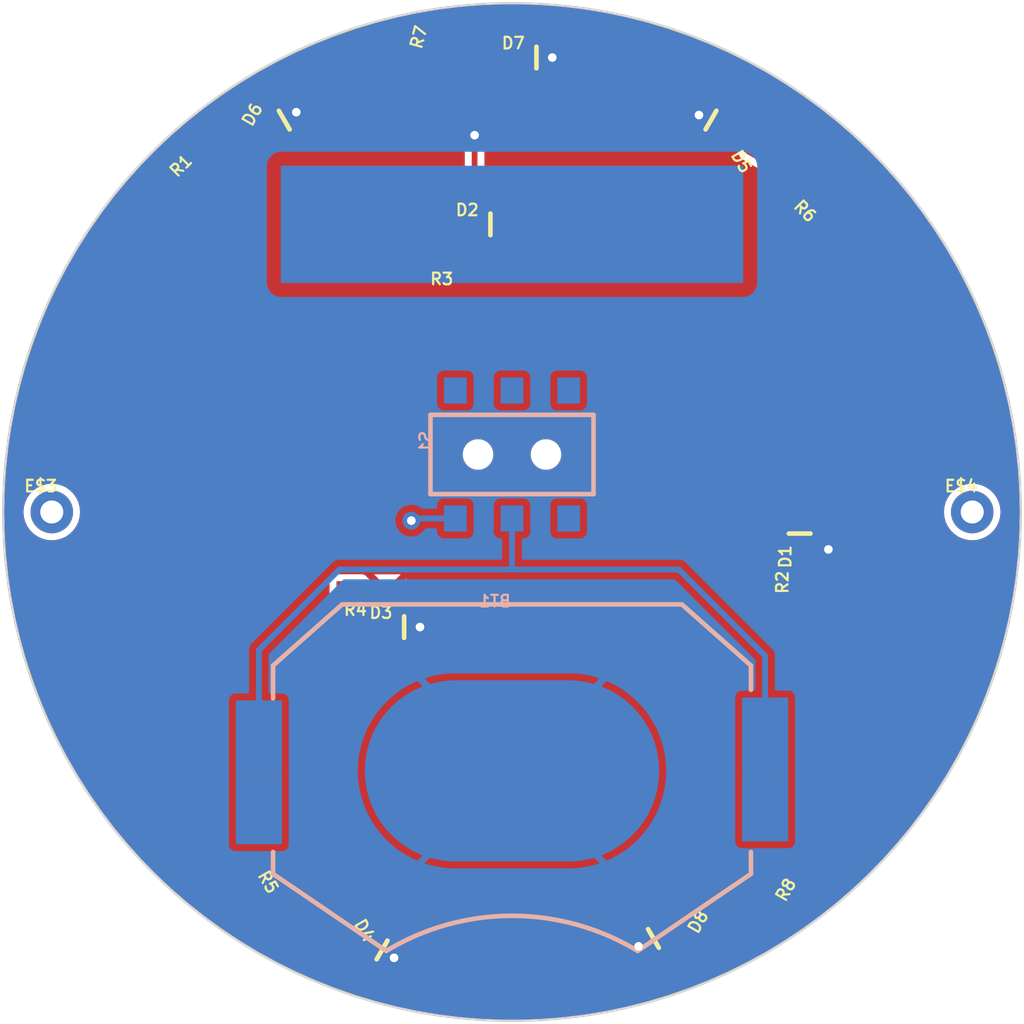
<source format=kicad_pcb>
(kicad_pcb (version 20221018) (generator pcbnew)
  (layers (0 "F.Cu" signal) (31 "B.Cu" signal) (34 "B.Paste" user) (35 "F.Paste" user) (36 "B.SilkS" user "B.Silkscreen") (37 "F.SilkS" user "F.Silkscreen") (38 "B.Mask" user) (39 "F.Mask" user) (44 "Edge.Cuts" user))
  (net 0 "")
  (net 1 "BTN")
  (net 2 "N$2")
  (net 3 "N$4")
  (net 4 "N$5")
  (net 5 "N$6")
  (net 6 "N$7")
  (net 7 "N$8")
  (net 8 "N$10")
  (net 9 "N$12")
  (net 10 "GND")
  (net 11 "VCC")
  (footprint "working:LED-0603" (layer "F.Cu") (at 156.1211 123.0376 -150)
    (fp_text reference "D8" (at -0.000001 -0.634999 -120) (layer "F.SilkS") (effects (font (size 0.512064 0.512064) (thickness 0.097536)) (justify left)))
    (fp_text value "")
    (fp_line (start 1.5875 -0.47625) (end 1.5875 0.47625) (stroke (width 0.2032)) (layer "F.SilkS"))
    (pad "A" smd roundrect (at -0.877 0 120) (size 1 1) (layers "F.Cu" "F.Paste" "F.Mask") (roundrect_rratio 0.15) (net 8 "N$10"))
    (pad "C" smd roundrect (at 0.877 0 120) (size 1 1) (layers "F.Cu" "F.Paste" "F.Mask") (roundrect_rratio 0.15) (net 9 "N$12"))
  )
  (footprint "working:0603" (layer "F.Cu") (at 137.0711 121.5136 -30)
    (fp_text reference "R5" (at 0.000004 -0.761993 -240) (layer "F.SilkS") (effects (font (size 0.512064 0.512064) (thickness 0.097536)) (justify left)))
    (fp_text value "33")
    (pad "1" smd rect (at -0.85 0 330) (size 1.1 1) (layers "F.Cu" "F.Paste" "F.Mask") (net 10 "GND"))
    (pad "2" smd rect (at 0.85 0 330) (size 1.1 1) (layers "F.Cu" "F.Paste" "F.Mask") (net 1 "BTN"))
  )
  (footprint "working:LED-0603" (layer "F.Cu") (at 147.9931 84.9376)
    (fp_text reference "D7" (at 0 -0.635) (layer "F.SilkS") (effects (font (size 0.512064 0.512064) (thickness 0.097536)) (justify left)))
    (fp_text value "")
    (fp_line (start 1.5875 -0.47625) (end 1.5875 0.47625) (stroke (width 0.2032)) (layer "F.SilkS"))
    (pad "A" smd roundrect (at -0.877 0 270) (size 1 1) (layers "F.Cu" "F.Paste" "F.Mask") (roundrect_rratio 0.15) (net 7 "N$8"))
    (pad "C" smd roundrect (at 0.877 0 270) (size 1 1) (layers "F.Cu" "F.Paste" "F.Mask") (roundrect_rratio 0.15) (net 9 "N$12"))
  )
  (footprint "working:0603" (layer "F.Cu") (at 142.1511 108.5596 180)
    (fp_text reference "R4" (at 0 -0.762) (layer "F.SilkS") (effects (font (size 0.512064 0.512064) (thickness 0.097536)) (justify right)))
    (fp_text value "33")
    (pad "1" smd rect (at -0.85 0 180) (size 1.1 1) (layers "F.Cu" "F.Paste" "F.Mask") (net 10 "GND"))
    (pad "2" smd rect (at 0.85 0 180) (size 1.1 1) (layers "F.Cu" "F.Paste" "F.Mask") (net 5 "N$6"))
  )
  (footprint "working:LED-0603" (layer "F.Cu") (at 141.3891 123.5456 -30)
    (fp_text reference "D4" (at 0.000006 -0.635002 -240) (layer "F.SilkS") (effects (font (size 0.512064 0.512064) (thickness 0.097536)) (justify left)))
    (fp_text value "")
    (fp_line (start 1.5875 -0.47625) (end 1.5875 0.47625) (stroke (width 0.2032)) (layer "F.SilkS"))
    (pad "A" smd roundrect (at -0.877 0 240) (size 1 1) (layers "F.Cu" "F.Paste" "F.Mask") (roundrect_rratio 0.15) (net 1 "BTN"))
    (pad "C" smd roundrect (at 0.877 0 240) (size 1 1) (layers "F.Cu" "F.Paste" "F.Mask") (roundrect_rratio 0.15) (net 9 "N$12"))
  )
  (footprint "working:0603" (layer "F.Cu") (at 161.5821 90.7796 135)
    (fp_text reference "R6" (at -0.000011 -0.762012 -45) (layer "F.SilkS") (effects (font (size 0.512064 0.512064) (thickness 0.097536)) (justify left)))
    (fp_text value "33")
    (pad "1" smd rect (at -0.85 0 135) (size 1.1 1) (layers "F.Cu" "F.Paste" "F.Mask") (net 10 "GND"))
    (pad "2" smd rect (at 0.85 0 135) (size 1.1 1) (layers "F.Cu" "F.Paste" "F.Mask") (net 6 "N$7"))
  )
  (footprint "working:1X01_NO_SILK" (layer "F.Cu") (at 128.1811 105.0036)
    (fp_text reference "E$3" (at -1.27 -1.143) (layer "F.SilkS") (effects (font (size 0.512064 0.512064) (thickness 0.097536)) (justify left)))
    (fp_text value "")
    (pad "1" thru_hole circle (at 0 0 90) (size 1.8796 1.8796) (drill 1.016) (layers "*.Cu" "*.Mask"))
  )
  (footprint "working:0603" (layer "F.Cu") (at 159.6771 107.5436 -90)
    (fp_text reference "R2" (at 0 -0.762 90) (layer "F.SilkS") (effects (font (size 0.512064 0.512064) (thickness 0.097536)) (justify right)))
    (fp_text value "33")
    (pad "1" smd rect (at -0.85 0 270) (size 1.1 1) (layers "F.Cu" "F.Paste" "F.Mask") (net 10 "GND"))
    (pad "2" smd rect (at 0.85 0 270) (size 1.1 1) (layers "F.Cu" "F.Paste" "F.Mask") (net 3 "N$4"))
  )
  (footprint "working:0603" (layer "F.Cu") (at 159.9311 121.5136 -150)
    (fp_text reference "R8" (at 0.000001 -0.762001 -120) (layer "F.SilkS") (effects (font (size 0.512064 0.512064) (thickness 0.097536)) (justify left)))
    (fp_text value "33")
    (pad "1" smd rect (at -0.85 0 210) (size 1.1 1) (layers "F.Cu" "F.Paste" "F.Mask") (net 10 "GND"))
    (pad "2" smd rect (at 0.85 0 210) (size 1.1 1) (layers "F.Cu" "F.Paste" "F.Mask") (net 8 "N$10"))
  )
  (footprint "working:LED-0603" (layer "F.Cu") (at 142.1511 110.0836)
    (fp_text reference "D3" (at 0 -0.635) (layer "F.SilkS") (effects (font (size 0.512064 0.512064) (thickness 0.097536)) (justify left)))
    (fp_text value "")
    (fp_line (start 1.5875 -0.47625) (end 1.5875 0.47625) (stroke (width 0.2032)) (layer "F.SilkS"))
    (pad "A" smd roundrect (at -0.877 0 270) (size 1 1) (layers "F.Cu" "F.Paste" "F.Mask") (roundrect_rratio 0.15) (net 5 "N$6"))
    (pad "C" smd roundrect (at 0.877 0 270) (size 1 1) (layers "F.Cu" "F.Paste" "F.Mask") (roundrect_rratio 0.15) (net 9 "N$12"))
  )
  (footprint "working:1X01_NO_SILK" (layer "F.Cu") (at 168.8211 105.0036)
    (fp_text reference "E$4" (at -1.27 -1.143) (layer "F.SilkS") (effects (font (size 0.512064 0.512064) (thickness 0.097536)) (justify left)))
    (fp_text value "")
    (pad "1" thru_hole circle (at 0 0 90) (size 1.8796 1.8796) (drill 1.016) (layers "*.Cu" "*.Mask"))
  )
  (footprint "working:LED-0603" (layer "F.Cu") (at 145.9611 92.3036)
    (fp_text reference "D2" (at 0 -0.635) (layer "F.SilkS") (effects (font (size 0.512064 0.512064) (thickness 0.097536)) (justify left)))
    (fp_text value "")
    (fp_line (start 1.5875 -0.47625) (end 1.5875 0.47625) (stroke (width 0.2032)) (layer "F.SilkS"))
    (pad "A" smd roundrect (at -0.877 0 270) (size 1 1) (layers "F.Cu" "F.Paste" "F.Mask") (roundrect_rratio 0.15) (net 4 "N$5"))
    (pad "C" smd roundrect (at 0.877 0 270) (size 1 1) (layers "F.Cu" "F.Paste" "F.Mask") (roundrect_rratio 0.15) (net 9 "N$12"))
  )
  (footprint "working:0603" (layer "F.Cu") (at 145.9611 93.9546 180)
    (fp_text reference "R3" (at 0 -0.762) (layer "F.SilkS") (effects (font (size 0.512064 0.512064) (thickness 0.097536)) (justify right)))
    (fp_text value "33")
    (pad "1" smd rect (at -0.85 0 180) (size 1.1 1) (layers "F.Cu" "F.Paste" "F.Mask") (net 10 "GND"))
    (pad "2" smd rect (at 0.85 0 180) (size 1.1 1) (layers "F.Cu" "F.Paste" "F.Mask") (net 4 "N$5"))
  )
  (footprint "working:LED-0603" (layer "F.Cu") (at 161.2011 107.5436 90)
    (fp_text reference "D1" (at 0 -0.635 90) (layer "F.SilkS") (effects (font (size 0.512064 0.512064) (thickness 0.097536)) (justify left)))
    (fp_text value "")
    (fp_line (start 1.5875 -0.47625) (end 1.5875 0.47625) (stroke (width 0.2032)) (layer "F.SilkS"))
    (pad "A" smd roundrect (at -0.877 0) (size 1 1) (layers "F.Cu" "F.Paste" "F.Mask") (roundrect_rratio 0.15) (net 3 "N$4"))
    (pad "C" smd roundrect (at 0.877 0) (size 1 1) (layers "F.Cu" "F.Paste" "F.Mask") (roundrect_rratio 0.15) (net 9 "N$12"))
  )
  (footprint "working:LED-0603" (layer "F.Cu") (at 158.6611 88.4936 150)
    (fp_text reference "D5" (at 0.000007 -0.635003 -60) (layer "F.SilkS") (effects (font (size 0.512064 0.512064) (thickness 0.097536)) (justify left)))
    (fp_text value "")
    (fp_line (start 1.5875 -0.47625) (end 1.5875 0.47625) (stroke (width 0.2032)) (layer "F.SilkS"))
    (pad "A" smd roundrect (at -0.877 0 60) (size 1 1) (layers "F.Cu" "F.Paste" "F.Mask") (roundrect_rratio 0.15) (net 6 "N$7"))
    (pad "C" smd roundrect (at 0.877 0 60) (size 1 1) (layers "F.Cu" "F.Paste" "F.Mask") (roundrect_rratio 0.15) (net 9 "N$12"))
  )
  (footprint "working:LED-0603" (layer "F.Cu") (at 137.0711 88.4936 30)
    (fp_text reference "D6" (at -0.000001 -0.634999 60) (layer "F.SilkS") (effects (font (size 0.512064 0.512064) (thickness 0.097536)) (justify left)))
    (fp_text value "")
    (fp_line (start 1.5875 -0.47625) (end 1.5875 0.47625) (stroke (width 0.2032)) (layer "F.SilkS"))
    (pad "A" smd roundrect (at -0.877 0 300) (size 1 1) (layers "F.Cu" "F.Paste" "F.Mask") (roundrect_rratio 0.15) (net 2 "N$2"))
    (pad "C" smd roundrect (at 0.877 0 300) (size 1 1) (layers "F.Cu" "F.Paste" "F.Mask") (roundrect_rratio 0.15) (net 9 "N$12"))
  )
  (footprint "working:0603" (layer "F.Cu") (at 144.4371 85.3186 15)
    (fp_text reference "R7" (at 0.000001 -0.761998 75) (layer "F.SilkS") (effects (font (size 0.512064 0.512064) (thickness 0.097536)) (justify left)))
    (fp_text value "33")
    (pad "1" smd rect (at -0.85 0 15) (size 1.1 1) (layers "F.Cu" "F.Paste" "F.Mask") (net 10 "GND"))
    (pad "2" smd rect (at 0.85 0 15) (size 1.1 1) (layers "F.Cu" "F.Paste" "F.Mask") (net 7 "N$8"))
  )
  (footprint "working:0603" (layer "F.Cu") (at 134.0231 90.6526 45)
    (fp_text reference "R1" (at 0.000004 -0.761992 45) (layer "F.SilkS") (effects (font (size 0.512064 0.512064) (thickness 0.097536)) (justify left)))
    (fp_text value "33")
    (pad "1" smd rect (at -0.85 0 45) (size 1.1 1) (layers "F.Cu" "F.Paste" "F.Mask") (net 10 "GND"))
    (pad "2" smd rect (at 0.85 0 45) (size 1.1 1) (layers "F.Cu" "F.Paste" "F.Mask") (net 2 "N$2"))
  )
  (footprint "working:SWITCH_DPDT_SMD_AYZ0202" (layer "B.Cu") (at 148.5011 102.4636)
    (fp_text reference "S1" (at -3.81 0 -90) (layer "B.SilkS") (effects (font (size 0.512064 0.512064) (thickness 0.097536)) (justify right mirror)))
    (fp_text value "")
    (fp_line (start -3.6 -1.75) (end 3.6 -1.75) (stroke (width 0.2032)) (layer "B.SilkS"))
    (fp_line (start -3.6 1.75) (end -3.6 -1.75) (stroke (width 0.2032)) (layer "B.SilkS"))
    (fp_line (start 3.6 -1.75) (end 3.6 1.75) (stroke (width 0.2032)) (layer "B.SilkS"))
    (fp_line (start 3.6 1.75) (end -3.6 1.75) (stroke (width 0.2032)) (layer "B.SilkS"))
    (pad "" np_thru_hole circle (at -1.5 0) (size 0.85 0.85) (drill 0.85) (layers "*.Cu" "*.Mask"))
    (pad "" np_thru_hole circle (at 1.5 0) (size 0.85 0.85) (drill 0.85) (layers "*.Cu" "*.Mask"))
    (pad "1" smd rect (at -2.5 2.825) (size 1 1.15) (layers "B.Cu" "B.Paste" "B.Mask") (net 10 "GND"))
    (pad "2" smd rect (at 0 2.825) (size 1 1.15) (layers "B.Cu" "B.Paste" "B.Mask") (net 11 "VCC"))
    (pad "3" smd rect (at 2.5 2.825) (size 1 1.15) (layers "B.Cu" "B.Paste" "B.Mask"))
    (pad "4" smd rect (at -2.5 -2.825) (size 1 1.15) (layers "B.Cu" "B.Paste" "B.Mask"))
    (pad "5" smd rect (at 0 -2.825) (size 1 1.15) (layers "B.Cu" "B.Paste" "B.Mask"))
    (pad "6" smd rect (at 2.5 -2.825) (size 1 1.15) (layers "B.Cu" "B.Paste" "B.Mask"))
  )
  (footprint "working:BATTCON_20MM_4LEGS" (layer "B.Cu") (at 148.5011 116.4336 180)
    (fp_text reference "BT1" (at 0 7.493) (layer "B.SilkS") (effects (font (size 0.512064 0.512064) (thickness 0.097536)) (justify left mirror)))
    (fp_text value "")
    (fp_line (start -10.55 -4.55) (end -10.55 -3.581) (stroke (width 0.2032)) (layer "B.SilkS"))
    (fp_line (start -10.55 3.581) (end -10.55 4.65) (stroke (width 0.2032)) (layer "B.SilkS"))
    (fp_line (start -7.5 7.35) (end -10.55 4.65) (stroke (width 0.2032)) (layer "B.SilkS"))
    (fp_line (start -7.5 7.35) (end 7.5 7.35) (stroke (width 0.2032)) (layer "B.SilkS"))
    (fp_line (start -5.55 -7.95) (end -10.55 -4.55) (stroke (width 0.2032)) (layer "B.SilkS"))
    (fp_line (start 7.5 7.35) (end 10.55 4.65) (stroke (width 0.2032)) (layer "B.SilkS"))
    (fp_line (start 10.55 -4.55) (end 5.55 -7.95) (stroke (width 0.2032)) (layer "B.SilkS"))
    (fp_line (start 10.55 -4.55) (end 10.55 -3.581) (stroke (width 0.2032)) (layer "B.SilkS"))
    (fp_line (start 10.55 4.65) (end 10.55 3.2) (stroke (width 0.2032)) (layer "B.SilkS"))
    (fp_arc (start 5.55 -7.95) (mid 0.000001 -6.400001) (end -5.549999 -7.949999) (stroke (width 0.2032)) (layer "B.SilkS"))
    (pad "NEGATIVE" smd roundrect (at 0 0 180) (size 13 8) (layers "B.Cu" "B.Mask") (roundrect_rratio 0.5) (net 9 "N$12"))
    (pad "POSITIVE@1" smd rect (at -11.176 1.651) (size 2.032 3.175) (layers "B.Cu" "B.Mask") (net 11 "VCC"))
    (pad "POSITIVE@2" smd rect (at -11.176 -1.524 180) (size 2.032 3.175) (layers "B.Cu" "B.Mask") (net 11 "VCC"))
    (pad "POSITIVE@3" smd rect (at 11.176 1.524) (size 2.032 3.175) (layers "B.Cu" "B.Mask") (net 11 "VCC"))
    (pad "POSITIVE@4" smd rect (at 11.176 -1.651 180) (size 2.032 3.175) (layers "B.Cu" "B.Mask") (net 11 "VCC"))
  )
  (gr_circle (center 148.5011 105.0036) (end 170.96969 105.0036) (stroke (width 0.1)) (fill none) (layer "Edge.Cuts"))
  (segment (start 137.807218 121.9386) (end 140.629593 123.1071) (width 0.254) (layer "F.Cu") (net 1))
  (segment (start 134.62414 90.05156) (end 136.311593 88.9321) (width 0.254) (layer "F.Cu") (net 2))
  (segment (start 161.2011 108.4206) (end 159.6771 108.3936) (width 0.254) (layer "F.Cu") (net 3))
  (segment (start 145.0841 92.3036) (end 145.1111 93.9546) (width 0.254) (layer "F.Cu") (net 4))
  (segment (start 141.3011 108.5596) (end 141.2741 110.0836) (width 0.254) (layer "F.Cu") (net 5))
  (segment (start 159.420603 88.9321) (end 159.632781 89.144279) (width 0.1524) (layer "F.Cu") (net 6))
  (segment (start 159.420603 88.9321) (end 160.981056 90.17856) (width 0.254) (layer "F.Cu") (net 6))
  (segment (start 145.258134 85.098607) (end 147.1161 84.9376) (width 0.254) (layer "F.Cu") (net 7))
  (segment (start 156.880603 122.5991) (end 159.194978 121.9386) (width 0.254) (layer "F.Cu") (net 8))
  (segment (start 146.8381 92.3036) (end 146.8501 92.2916) (width 0.1524) (layer "F.Cu") (net 9))
  (segment (start 143.0281 110.0836) (end 144.4371 110.0836) (width 0.254) (layer "F.Cu") (net 9))
  (segment (start 161.2011 106.6666) (end 162.4711 106.6546) (width 0.254) (layer "F.Cu") (net 9))
  (segment (start 137.830603 88.0551) (end 138.9761 87.3506) (width 0.254) (layer "F.Cu") (net 9))
  (segment (start 146.8501 92.2916) (end 146.8501 88.3666) (width 0.254) (layer "F.Cu") (net 9))
  (segment (start 157.845184 88.0551) (end 156.7561 87.4776) (width 0.254) (layer "F.Cu") (net 9))
  (segment (start 157.901593 88.0551) (end 157.845184 88.0551) (width 0.1524) (layer "F.Cu") (net 9))
  (segment (start 142.148603 123.9841) (end 143.2941 124.6886) (width 0.254) (layer "F.Cu") (net 9))
  (segment (start 155.361593 123.4761) (end 154.0891 124.1806) (width 0.254) (layer "F.Cu") (net 9))
  (segment (start 148.8701 84.9376) (end 150.2791 84.9376) (width 0.254) (layer "F.Cu") (net 9))
  (via (at 144.4371 110.0836) (size 0.7874) (drill 0.381) (layers "F.Cu" "B.Cu") (net 9))
  (via (at 143.2941 124.6886) (size 0.7874) (drill 0.381) (layers "F.Cu" "B.Cu") (net 9))
  (via (at 146.8501 88.3666) (size 0.7874) (drill 0.381) (layers "F.Cu" "B.Cu") (net 9))
  (via (at 150.2791 84.9376) (size 0.7874) (drill 0.381) (layers "F.Cu" "B.Cu") (net 9))
  (via (at 162.4711 106.6546) (size 0.7874) (drill 0.381) (layers "F.Cu" "B.Cu") (net 9))
  (via (at 138.9761 87.3506) (size 0.7874) (drill 0.381) (layers "F.Cu" "B.Cu") (net 9))
  (via (at 156.7561 87.4776) (size 0.7874) (drill 0.381) (layers "F.Cu" "B.Cu") (net 9))
  (via (at 154.0891 124.1806) (size 0.7874) (drill 0.381) (layers "F.Cu" "B.Cu") (net 9))
  (segment (start 148.5011 116.4336) (end 148.5011 112.6236) (width 0.1524) (layer "B.Cu") (net 9))
  (segment (start 148.5011 120.2436) (end 148.5011 116.4336) (width 0.1524) (layer "B.Cu") (net 9))
  (via (at 144.0561 105.3846) (size 0.7874) (drill 0.381) (layers "F.Cu" "B.Cu") (net 10))
  (segment (start 146.0011 105.2886) (end 144.1521 105.2886) (width 0.254) (layer "B.Cu") (net 10))
  (segment (start 144.1521 105.2886) (end 144.0561 105.3846) (width 0.254) (layer "B.Cu") (net 10))
  (segment (start 148.5011 105.2886) (end 148.5011 107.5436) (width 0.254) (layer "B.Cu") (net 11))
  (segment (start 137.3251 114.9096) (end 137.3251 111.0996) (width 0.254) (layer "B.Cu") (net 11))
  (segment (start 155.8671 107.5436) (end 159.6771 111.3536) (width 0.254) (layer "B.Cu") (net 11))
  (segment (start 148.5011 107.5436) (end 155.8671 107.5436) (width 0.254) (layer "B.Cu") (net 11))
  (segment (start 159.6771 117.9576) (end 159.6771 114.7826) (width 0.254) (layer "B.Cu") (net 11))
  (segment (start 137.3251 118.0846) (end 137.3251 114.9096) (width 0.254) (layer "B.Cu") (net 11))
  (segment (start 137.3251 111.0996) (end 140.8811 107.5436) (width 0.254) (layer "B.Cu") (net 11))
  (segment (start 159.6771 111.3536) (end 159.6771 114.7826) (width 0.254) (layer "B.Cu") (net 11))
  (segment (start 140.8811 107.5436) (end 148.5011 107.5436) (width 0.254) (layer "B.Cu") (net 11))
  (zone (net 10) (net_name "GND") (layer "F.Cu") (priority 6) (connect_pads (clearance 0.3048)) (min_thickness 0.127) (fill yes (thermal_gap 0.304) (thermal_bridge_width 0.304))
    (polygon (pts (xy 149.582137 82.417826) (xy 150.534455 82.478552) (xy 151.483337 82.579641) (xy 152.427074 82.720912) (xy 153.363965 82.902108) (xy 154.292322 83.122903) (xy 155.210472 83.3829) (xy 156.116759 83.681631) (xy 157.009551 84.018556) (xy 157.88724 84.393069) (xy 158.748243 84.804494) (xy 159.591008 85.252091) (xy 160.414018 85.735052) (xy 161.215789 86.252508) (xy 161.994876 86.803525) (xy 162.749875 87.387112) (xy 163.479426 88.002216) (xy 164.182214 88.647728) (xy 164.856972 89.322486) (xy 165.502484 90.025274) (xy 166.117588 90.754825) (xy 166.701175 91.509824) (xy 167.252192 92.288911) (xy 167.769648 93.090682) (xy 168.252609 93.913692) (xy 168.700206 94.756457) (xy 169.111631 95.61746) (xy 169.486144 96.495149) (xy 169.823069 97.387941) (xy 170.1218 98.294228) (xy 170.381797 99.212378) (xy 170.602592 100.140735) (xy 170.783788 101.077626) (xy 170.925059 102.021363) (xy 171.026291 102.971587) (xy 171.107157 104.875251) (xy 171.086645 105.841417) (xy 171.025233 106.804496) (xy 170.923001 107.7641) (xy 170.780134 108.718501) (xy 170.596891 109.665978) (xy 170.373601 110.604824) (xy 170.110666 111.533349) (xy 169.80856 112.449876) (xy 169.467827 113.352757) (xy 169.089083 114.240363) (xy 168.673009 115.111095) (xy 168.220355 115.963383) (xy 167.731937 116.795692) (xy 167.208633 117.606523) (xy 166.65139 118.394413) (xy 166.061209 119.157943) (xy 165.439155 119.895738) (xy 164.786348 120.606466) (xy 164.103966 121.288848) (xy 163.393238 121.941655) (xy 162.655443 122.563709) (xy 161.891913 123.15389) (xy 161.104023 123.711133) (xy 160.293192 124.234437) (xy 159.460883 124.722855) (xy 158.608595 125.175509) (xy 157.737863 125.591583) (xy 156.850257 125.970327) (xy 155.947376 126.31106) (xy 155.030849 126.613166) (xy 154.102324 126.876101) (xy 153.163478 127.099391) (xy 152.216001 127.282634) (xy 151.2616 127.425501) (xy 150.300655 127.527876) (xy 148.376796 127.6096) (xy 148.245752 127.6096) (xy 147.298453 127.589489) (xy 146.351515 127.529105) (xy 145.407994 127.428587) (xy 144.469589 127.288115) (xy 143.537991 127.107942) (xy 142.61488 126.888395) (xy 141.701917 126.629867) (xy 140.80075 126.332823) (xy 139.913002 125.997802) (xy 139.040272 125.625405) (xy 138.184133 125.216304) (xy 137.346129 124.771237) (xy 136.527769 124.291004) (xy 135.730527 123.776471) (xy 134.955843 123.228567) (xy 134.205109 122.648278) (xy 133.479679 122.036649) (xy 132.780863 121.394783) (xy 132.109917 120.723837) (xy 131.468051 120.025021) (xy 130.856422 119.299591) (xy 130.276133 118.548857) (xy 129.728229 117.774173) (xy 129.213696 116.976931) (xy 128.733463 116.158571) (xy 128.288396 115.320567) (xy 127.879295 114.464428) (xy 127.506898 113.591698) (xy 127.171877 112.70395) (xy 126.874833 111.802783) (xy 126.616305 110.88982) (xy 126.396758 109.966709) (xy 126.216585 109.035111) (xy 126.076113 108.096706) (xy 125.975452 107.151844) (xy 125.8951 105.260296) (xy 125.8951 105.002252) (xy 125.91544 104.044173) (xy 125.97651 103.086475) (xy 126.07817 102.132231) (xy 126.220239 101.183163) (xy 126.402459 100.240979) (xy 126.624501 99.307377) (xy 126.885967 98.38404) (xy 127.186386 97.472633) (xy 127.525215 96.574796) (xy 127.901843 95.692149) (xy 128.315593 94.826281) (xy 128.765718 93.978754) (xy 129.251408 93.151095) (xy 129.771788 92.344794) (xy 130.325918 91.561306) (xy 130.912801 90.802041) (xy 131.53138 90.068368) (xy 132.18054 89.36161) (xy 132.85911 88.68304) (xy 133.565868 88.03388) (xy 134.299541 87.415301) (xy 135.058806 86.828418) (xy 135.842294 86.274288) (xy 136.648595 85.753908) (xy 137.476254 85.268218) (xy 138.323781 84.818093) (xy 139.189649 84.404343) (xy 140.072296 84.027715) (xy 140.970133 83.688886) (xy 141.88154 83.388467) (xy 142.804877 83.127001) (xy 143.738479 82.904959) (xy 144.680663 82.722739) (xy 145.629731 82.58067) (xy 146.585317 82.478867) (xy 148.498404 82.3976) (xy 148.629448 82.3976)))
  )
  (zone (net 9) (net_name "N$12") (layer "B.Cu") (priority 4) (connect_pads (clearance 0.3048)) (min_thickness 0.127) (fill yes (thermal_gap 0.304) (thermal_bridge_width 0.304))
    (polygon (pts (xy 149.582137 82.417826) (xy 150.534455 82.478552) (xy 151.483337 82.579641) (xy 152.427074 82.720912) (xy 153.363965 82.902108) (xy 154.292322 83.122903) (xy 155.210472 83.3829) (xy 156.116759 83.681631) (xy 157.009551 84.018556) (xy 157.88724 84.393069) (xy 158.748243 84.804494) (xy 159.591008 85.252091) (xy 160.414018 85.735052) (xy 161.215789 86.252508) (xy 161.994876 86.803525) (xy 162.749875 87.387112) (xy 163.479426 88.002216) (xy 164.182214 88.647728) (xy 164.856972 89.322486) (xy 165.502484 90.025274) (xy 166.117588 90.754825) (xy 166.701175 91.509824) (xy 167.252192 92.288911) (xy 167.769648 93.090682) (xy 168.252609 93.913692) (xy 168.700206 94.756457) (xy 169.111631 95.61746) (xy 169.486144 96.495149) (xy 169.823069 97.387941) (xy 170.1218 98.294228) (xy 170.381797 99.212378) (xy 170.602592 100.140735) (xy 170.783788 101.077626) (xy 170.925059 102.021363) (xy 171.026291 102.971587) (xy 171.1071 104.873904) (xy 171.1071 105.004948) (xy 171.08676 105.963027) (xy 171.02569 106.920725) (xy 170.92403 107.874969) (xy 170.781961 108.824037) (xy 170.599741 109.766221) (xy 170.377699 110.699823) (xy 170.116233 111.62316) (xy 169.815814 112.534567) (xy 169.476985 113.432404) (xy 169.100357 114.315051) (xy 168.686607 115.180919) (xy 168.236482 116.028446) (xy 167.750792 116.856105) (xy 167.230412 117.662406) (xy 166.676282 118.445894) (xy 166.089399 119.205159) (xy 165.47082 119.938832) (xy 164.82166 120.64559) (xy 164.14309 121.32416) (xy 163.436332 121.97332) (xy 162.702659 122.591899) (xy 161.943394 123.178782) (xy 161.159906 123.732912) (xy 160.353605 124.253292) (xy 159.525946 124.738982) (xy 158.678419 125.189107) (xy 157.812551 125.602857) (xy 156.929904 125.979485) (xy 156.032067 126.318314) (xy 155.12066 126.618733) (xy 154.197323 126.880199) (xy 153.263721 127.102241) (xy 152.321537 127.284461) (xy 151.372469 127.42653) (xy 150.416883 127.528333) (xy 148.503796 127.6096) (xy 148.245752 127.6096) (xy 147.298453 127.589489) (xy 146.351515 127.529105) (xy 145.407994 127.428587) (xy 144.469589 127.288115) (xy 143.537991 127.107942) (xy 142.61488 126.888395) (xy 141.701917 126.629867) (xy 140.80075 126.332823) (xy 139.913002 125.997802) (xy 139.040272 125.625405) (xy 138.184133 125.216304) (xy 137.346129 124.771237) (xy 136.527769 124.291004) (xy 135.730527 123.776471) (xy 134.955843 123.228567) (xy 134.205109 122.648278) (xy 133.479679 122.036649) (xy 132.780863 121.394783) (xy 132.109917 120.723837) (xy 131.468051 120.025021) (xy 130.856422 119.299591) (xy 130.276133 118.548857) (xy 129.728229 117.774173) (xy 129.213696 116.976931) (xy 128.733463 116.158571) (xy 128.288396 115.320567) (xy 127.879295 114.464428) (xy 127.506898 113.591698) (xy 127.171877 112.70395) (xy 126.874833 111.802783) (xy 126.616305 110.88982) (xy 126.396758 109.966709) (xy 126.216585 109.035111) (xy 126.076113 108.096706) (xy 125.975452 107.151844) (xy 125.8951 105.260296) (xy 125.8951 105.002252) (xy 125.91544 104.044173) (xy 125.97651 103.086475) (xy 126.07817 102.132231) (xy 126.220239 101.183163) (xy 126.402459 100.240979) (xy 126.624501 99.307377) (xy 126.885967 98.38404) (xy 127.186386 97.472633) (xy 127.525215 96.574796) (xy 127.901843 95.692149) (xy 128.315593 94.826281) (xy 128.765718 93.978754) (xy 129.251408 93.151095) (xy 129.771788 92.344794) (xy 130.325918 91.561306) (xy 130.912801 90.802041) (xy 131.53138 90.068368) (xy 132.18054 89.36161) (xy 132.85911 88.68304) (xy 133.565868 88.03388) (xy 134.299541 87.415301) (xy 135.058806 86.828418) (xy 135.842294 86.274288) (xy 136.648595 85.753908) (xy 137.476254 85.268218) (xy 138.323781 84.818093) (xy 139.189649 84.404343) (xy 140.072296 84.027715) (xy 140.970133 83.688886) (xy 141.88154 83.388467) (xy 142.804877 83.127001) (xy 143.738479 82.904959) (xy 144.680663 82.722739) (xy 145.629731 82.58067) (xy 146.585317 82.478867) (xy 148.498404 82.3976) (xy 148.629448 82.3976)))
  )
  (zone (net 0) (net_name "") (layer "B.Cu") (priority 6) (connect_pads (clearance 0.6096)) (min_thickness 0.05) (fill yes (thermal_gap 0.15) (thermal_bridge_width 0.15))
    (polygon (pts (xy 158.7111 94.8936) (xy 138.2911 94.8936) (xy 138.2911 89.7136) (xy 158.7111 89.7136)))
  )
)
</source>
